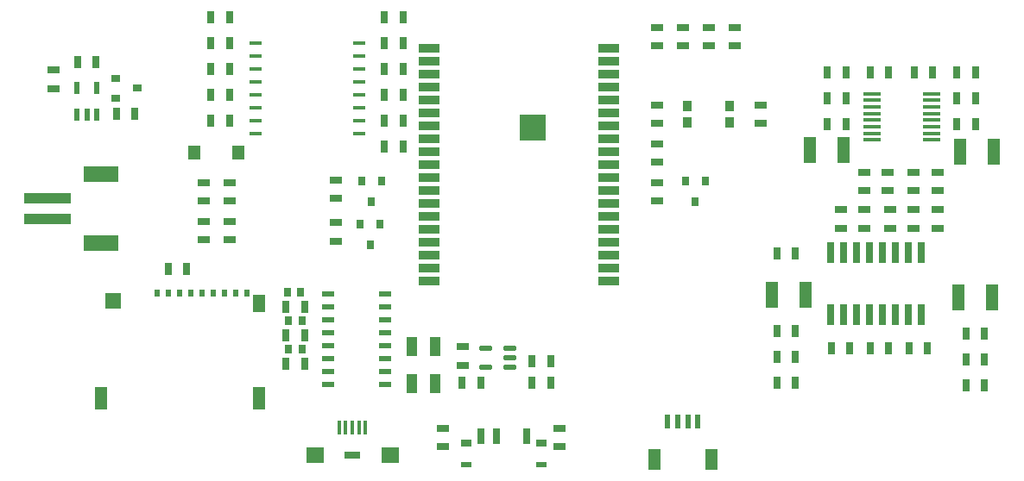
<source format=gbr>
G04 EAGLE Gerber RS-274X export*
G75*
%MOMM*%
%FSLAX34Y34*%
%LPD*%
%INSolderpaste Bottom*%
%IPPOS*%
%AMOC8*
5,1,8,0,0,1.08239X$1,22.5*%
G01*
%ADD10R,2.533469X2.531044*%
%ADD11R,2.000000X0.900000*%
%ADD12R,1.200000X0.800000*%
%ADD13R,0.800000X1.200000*%
%ADD14R,1.270000X1.470000*%
%ADD15R,4.600000X1.000000*%
%ADD16R,3.400000X1.600000*%
%ADD17R,0.900000X0.800000*%
%ADD18R,0.700000X1.500000*%
%ADD19R,1.000000X0.600000*%
%ADD20R,1.000000X0.800000*%
%ADD21R,0.787400X0.889000*%
%ADD22R,0.500000X0.750000*%
%ADD23R,1.200000X1.800000*%
%ADD24R,1.200000X2.200000*%
%ADD25R,1.600000X1.500000*%
%ADD26R,1.200000X0.600000*%
%ADD27R,0.550000X1.200000*%
%ADD28R,0.900000X1.000000*%
%ADD29R,1.750000X0.400000*%
%ADD30R,1.200000X2.500000*%
%ADD31R,0.660400X2.032000*%
%ADD32R,1.270000X0.419100*%
%ADD33C,0.275000*%
%ADD34R,1.100000X1.900000*%
%ADD35R,0.400000X1.450000*%
%ADD36R,1.800000X1.500000*%
%ADD37R,1.500000X0.700000*%
%ADD38R,1.200000X2.000000*%
%ADD39R,0.600000X1.350000*%
%ADD40R,0.700000X0.900000*%


D10*
X513816Y342515D03*
D11*
X588099Y420420D03*
X588099Y407720D03*
X588099Y395020D03*
X588099Y382320D03*
X588099Y369620D03*
X588099Y356920D03*
X588099Y344220D03*
X588099Y331520D03*
X588099Y318820D03*
X588099Y306120D03*
X588099Y293420D03*
X588099Y280720D03*
X588099Y268020D03*
X588099Y255320D03*
X588099Y242620D03*
X588099Y229920D03*
X588099Y217220D03*
X588099Y204520D03*
X588099Y191820D03*
X411899Y191820D03*
X411899Y204520D03*
X411899Y217220D03*
X411899Y229920D03*
X411899Y242620D03*
X411899Y255320D03*
X411899Y268020D03*
X411899Y280720D03*
X411899Y293420D03*
X411899Y306120D03*
X411899Y318820D03*
X411899Y331520D03*
X411899Y344220D03*
X411899Y356920D03*
X411899Y369620D03*
X411899Y382320D03*
X411899Y395020D03*
X411899Y407720D03*
X411899Y420420D03*
D12*
X635000Y440800D03*
X635000Y422800D03*
X660400Y440800D03*
X660400Y422800D03*
X736600Y346600D03*
X736600Y364600D03*
D13*
X85200Y406400D03*
X67200Y406400D03*
D12*
X43180Y380890D03*
X43180Y398890D03*
X215900Y288400D03*
X215900Y270400D03*
X215900Y250300D03*
X215900Y232300D03*
D14*
X224700Y317500D03*
X181700Y317500D03*
D15*
X37930Y252890D03*
X37930Y272890D03*
D16*
X89930Y228890D03*
X89930Y296890D03*
D17*
X104300Y371500D03*
X104300Y390500D03*
X125300Y381000D03*
D12*
X685800Y422800D03*
X685800Y440800D03*
X320040Y290940D03*
X320040Y272940D03*
D13*
X271670Y110490D03*
X289670Y110490D03*
X271670Y138430D03*
X289670Y138430D03*
X271670Y166370D03*
X289670Y166370D03*
D12*
X190500Y288400D03*
X190500Y270400D03*
X190500Y250300D03*
X190500Y232300D03*
X425450Y29100D03*
X425450Y47100D03*
D13*
X123300Y355600D03*
X105300Y355600D03*
D12*
X635000Y288400D03*
X635000Y270400D03*
X635000Y308500D03*
X635000Y326500D03*
X320040Y231030D03*
X320040Y249030D03*
D18*
X462640Y39090D03*
X477640Y39090D03*
X507640Y39090D03*
D19*
X448640Y11590D03*
D20*
X448640Y32590D03*
D19*
X521640Y11590D03*
D20*
X521640Y32590D03*
D21*
X663194Y289560D03*
X682498Y289560D03*
X672846Y269240D03*
X344424Y247650D03*
X363728Y247650D03*
X354076Y227330D03*
X345694Y289560D03*
X364998Y289560D03*
X355346Y269240D03*
D22*
X233050Y180050D03*
X222050Y180050D03*
X211050Y180050D03*
X200050Y180050D03*
X189050Y180050D03*
X178050Y180050D03*
X167050Y180050D03*
X156050Y180050D03*
X145050Y180050D03*
D23*
X245050Y169800D03*
D24*
X245050Y76800D03*
D25*
X101800Y172300D03*
D24*
X90050Y76800D03*
D26*
X368360Y179070D03*
X368360Y166370D03*
X368360Y153670D03*
X368360Y140970D03*
X368360Y128270D03*
X368360Y115570D03*
X368360Y102870D03*
X368360Y90170D03*
X312360Y90170D03*
X312360Y102870D03*
X312360Y115570D03*
X312360Y128270D03*
X312360Y140970D03*
X312360Y153670D03*
X312360Y166370D03*
X312360Y179070D03*
D27*
X85700Y355299D03*
X76200Y355299D03*
X66700Y355299D03*
X66700Y381301D03*
X85700Y381301D03*
D28*
X665300Y363600D03*
X665300Y347600D03*
X706300Y347600D03*
X706300Y363600D03*
D13*
X198010Y400050D03*
X216010Y400050D03*
X198010Y425450D03*
X216010Y425450D03*
X386190Y450850D03*
X368190Y450850D03*
X386190Y425450D03*
X368190Y425450D03*
X198010Y349250D03*
X216010Y349250D03*
X198010Y374650D03*
X216010Y374650D03*
X386190Y400050D03*
X368190Y400050D03*
X386190Y374650D03*
X368190Y374650D03*
X386190Y349250D03*
X368190Y349250D03*
X386190Y323850D03*
X368190Y323850D03*
D29*
X845830Y330310D03*
X845830Y336810D03*
X845830Y343310D03*
X845830Y349810D03*
X845830Y356310D03*
X845830Y362810D03*
X845830Y369310D03*
X845830Y375810D03*
X904230Y375810D03*
X904230Y369310D03*
X904230Y362810D03*
X904230Y356310D03*
X904230Y349810D03*
X904230Y343310D03*
X904230Y336810D03*
X904230Y330310D03*
D30*
X930920Y175260D03*
X963920Y175260D03*
X748040Y177800D03*
X781040Y177800D03*
X784870Y320040D03*
X817870Y320040D03*
X965190Y318770D03*
X932190Y318770D03*
D12*
X910590Y280560D03*
X910590Y298560D03*
X838200Y280560D03*
X838200Y298560D03*
D13*
X956420Y88900D03*
X938420Y88900D03*
X753000Y91440D03*
X771000Y91440D03*
X938420Y114300D03*
X956420Y114300D03*
X753000Y116840D03*
X771000Y116840D03*
X956420Y139700D03*
X938420Y139700D03*
X771000Y142240D03*
X753000Y142240D03*
D12*
X886460Y298560D03*
X886460Y280560D03*
X861060Y298560D03*
X861060Y280560D03*
D13*
X802530Y345440D03*
X820530Y345440D03*
X802530Y370840D03*
X820530Y370840D03*
X947530Y345440D03*
X929530Y345440D03*
X802530Y396240D03*
X820530Y396240D03*
X947530Y396240D03*
X929530Y396240D03*
X947530Y370840D03*
X929530Y370840D03*
X905620Y396240D03*
X887620Y396240D03*
X844440Y396240D03*
X862440Y396240D03*
X198010Y450850D03*
X216010Y450850D03*
D12*
X635000Y364600D03*
X635000Y346600D03*
X711200Y440800D03*
X711200Y422800D03*
D31*
X894080Y158496D03*
X894080Y219964D03*
X881380Y158496D03*
X868680Y158496D03*
X881380Y219964D03*
X868680Y219964D03*
X855980Y158496D03*
X855980Y219964D03*
X843280Y158496D03*
X843280Y219964D03*
X830580Y158496D03*
X817880Y158496D03*
X830580Y219964D03*
X817880Y219964D03*
X805180Y158496D03*
X805180Y219964D03*
D32*
X241300Y336550D03*
X241300Y349250D03*
X241300Y361950D03*
X241300Y374650D03*
X241300Y387350D03*
X241300Y400050D03*
X241300Y412750D03*
X241300Y425450D03*
X342900Y425450D03*
X342900Y412750D03*
X342900Y400050D03*
X342900Y387350D03*
X342900Y374650D03*
X342900Y361950D03*
X342900Y349250D03*
X342900Y336550D03*
D33*
X485815Y127715D02*
X495465Y127715D01*
X495465Y124965D01*
X485815Y124965D01*
X485815Y127715D01*
X485815Y127577D02*
X495465Y127577D01*
X495465Y118215D02*
X485815Y118215D01*
X495465Y118215D02*
X495465Y115465D01*
X485815Y115465D01*
X485815Y118215D01*
X485815Y118077D02*
X495465Y118077D01*
X495465Y108715D02*
X485815Y108715D01*
X495465Y108715D02*
X495465Y105965D01*
X485815Y105965D01*
X485815Y108715D01*
X485815Y108577D02*
X495465Y108577D01*
X471765Y105965D02*
X462115Y105965D01*
X462115Y108715D01*
X471765Y108715D01*
X471765Y105965D01*
X471765Y108577D02*
X462115Y108577D01*
X462115Y124965D02*
X471765Y124965D01*
X462115Y124965D02*
X462115Y127715D01*
X471765Y127715D01*
X471765Y124965D01*
X471765Y127577D02*
X462115Y127577D01*
D13*
X444390Y91440D03*
X462390Y91440D03*
D12*
X444500Y109110D03*
X444500Y127110D03*
X539750Y29100D03*
X539750Y47100D03*
D34*
X394900Y90720D03*
X417900Y127720D03*
X417900Y90720D03*
X394900Y127720D03*
D13*
X174100Y203200D03*
X156100Y203200D03*
D35*
X336550Y47570D03*
X343050Y47570D03*
X349550Y47570D03*
X330050Y47570D03*
X323550Y47570D03*
D36*
X373390Y20320D03*
D37*
X336550Y20320D03*
D36*
X299710Y20320D03*
D13*
X753000Y218440D03*
X771000Y218440D03*
D38*
X688400Y16590D03*
X632400Y16590D03*
D39*
X675400Y53340D03*
X665400Y53340D03*
X655400Y53340D03*
X645400Y53340D03*
D13*
X512970Y91440D03*
X530970Y91440D03*
X512970Y113030D03*
X530970Y113030D03*
D12*
X910590Y261730D03*
X910590Y243730D03*
X886460Y261730D03*
X886460Y243730D03*
X863600Y261730D03*
X863600Y243730D03*
X838200Y261730D03*
X838200Y243730D03*
X815340Y261730D03*
X815340Y243730D03*
D13*
X806340Y125730D03*
X824340Y125730D03*
X862440Y125730D03*
X844440Y125730D03*
X882540Y125730D03*
X900540Y125730D03*
D40*
X285900Y180340D03*
X272900Y180340D03*
X287020Y152400D03*
X274020Y152400D03*
X287020Y124460D03*
X274020Y124460D03*
M02*

</source>
